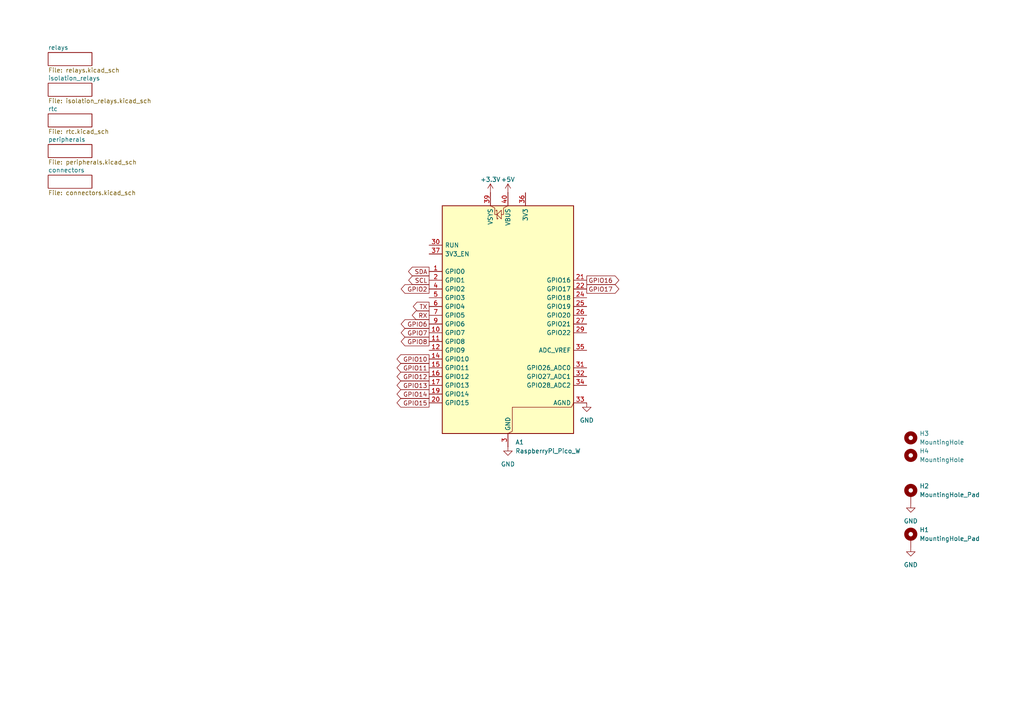
<source format=kicad_sch>
(kicad_sch (version 20250114) (generator "eeschema") (generator_version "9.0")
  (paper "A4")
  (title_block (title "Raspberry Pi Pico Logger - Relay") (date "2025-06-21") (rev "2.0") (company "Creator: Piotr Kłyś"))
  (lib_symbols
    (symbol "MCU_Module:RaspberryPi_Pico_W" (pin_names (offset 0.762))
      (property "Reference" "A" (at -19.05 35.56 0))
      (property "Value" "RaspberryPi_Pico_W" (at 7.62 35.56 0))
      (symbol "RaspberryPi_Pico_W_0_1"
        (rectangle (start -19.05 34.29) (end 19.05 -31.75) (stroke (width 0.254)) (fill (type background)))
        (polyline (pts (xy -5.08 34.29) (xy -3.81 33.655) (xy -3.81 31.75) (xy -3.175 31.75)))
        (polyline (pts (xy -3.429 32.766) (xy -3.429 33.02) (xy -3.175 33.02) (xy -3.175 30.48) (xy -2.921 30.48) (xy -2.921 30.734)))
        (polyline (pts (xy -3.175 31.75) (xy -1.905 33.02) (xy -1.905 30.48) (xy -3.175 31.75)))
        (polyline (pts (xy 0 34.29) (xy -1.27 33.655) (xy -1.27 31.75) (xy -1.905 31.75)))
        (polyline (pts (xy 0 -31.75) (xy 1.27 -31.115) (xy 1.27 -24.13) (xy 18.415 -24.13) (xy 19.05 -22.86)))
      )
      (symbol "RaspberryPi_Pico_W_1_1"
        (pin passive line (at -22.86 22.86 0) (length 3.81) (name "RUN") (number "30"))
        (pin passive line (at -22.86 20.32 0) (length 3.81) (name "3V3_EN") (number "37"))
        (pin bidirectional line (at -22.86 15.24 0) (length 3.81) (name "GPIO0") (number "1"))
        (pin bidirectional line (at -22.86 12.7 0) (length 3.81) (name "GPIO1") (number "2"))
        (pin bidirectional line (at -22.86 10.16 0) (length 3.81) (name "GPIO2") (number "4"))
        (pin bidirectional line (at -22.86 7.62 0) (length 3.81) (name "GPIO3") (number "5"))
        (pin bidirectional line (at -22.86 5.08 0) (length 3.81) (name "GPIO4") (number "6"))
        (pin bidirectional line (at -22.86 2.54 0) (length 3.81) (name "GPIO5") (number "7"))
        (pin bidirectional line (at -22.86 0 0) (length 3.81) (name "GPIO6") (number "9"))
        (pin bidirectional line (at -22.86 -2.54 0) (length 3.81) (name "GPIO7") (number "10"))
        (pin bidirectional line (at -22.86 -5.08 0) (length 3.81) (name "GPIO8") (number "11"))
        (pin bidirectional line (at -22.86 -7.62 0) (length 3.81) (name "GPIO9") (number "12"))
        (pin bidirectional line (at -22.86 -10.16 0) (length 3.81) (name "GPIO10") (number "14"))
        (pin bidirectional line (at -22.86 -12.7 0) (length 3.81) (name "GPIO11") (number "15"))
        (pin bidirectional line (at -22.86 -15.24 0) (length 3.81) (name "GPIO12") (number "16"))
        (pin bidirectional line (at -22.86 -17.78 0) (length 3.81) (name "GPIO13") (number "17"))
        (pin bidirectional line (at -22.86 -20.32 0) (length 3.81) (name "GPIO14") (number "19"))
        (pin bidirectional line (at -22.86 -22.86 0) (length 3.81) (name "GPIO15") (number "20"))
        (pin power_in line (at -5.08 38.1 270) (length 3.81) (name "VSYS") (number "39"))
        (pin power_out line (at 0 38.1 270) (length 3.81) (name "VBUS") (number "40"))
        (pin passive line (at 0 -35.56 90) (length 3.81) (hide yes) (name "GND") (number "13"))
        (pin passive line (at 0 -35.56 90) (length 3.81) (hide yes) (name "GND") (number "18"))
        (pin passive line (at 0 -35.56 90) (length 3.81) (hide yes) (name "GND") (number "23"))
        (pin passive line (at 0 -35.56 90) (length 3.81) (hide yes) (name "GND") (number "28"))
        (pin power_out line (at 0 -35.56 90) (length 3.81) (name "GND") (number "3"))
        (pin passive line (at 0 -35.56 90) (length 3.81) (hide yes) (name "GND") (number "38"))
        (pin passive line (at 0 -35.56 90) (length 3.81) (hide yes) (name "GND") (number "8"))
        (pin power_out line (at 5.08 38.1 270) (length 3.81) (name "3V3") (number "36"))
        (pin bidirectional line (at 22.86 12.7 180) (length 3.81) (name "GPIO16") (number "21"))
        (pin bidirectional line (at 22.86 10.16 180) (length 3.81) (name "GPIO17") (number "22"))
        (pin bidirectional line (at 22.86 7.62 180) (length 3.81) (name "GPIO18") (number "24"))
        (pin bidirectional line (at 22.86 5.08 180) (length 3.81) (name "GPIO19") (number "25"))
        (pin bidirectional line (at 22.86 2.54 180) (length 3.81) (name "GPIO20") (number "26"))
        (pin bidirectional line (at 22.86 0 180) (length 3.81) (name "GPIO21") (number "27"))
        (pin bidirectional line (at 22.86 -2.54 180) (length 3.81) (name "GPIO22") (number "29"))
        (pin power_in line (at 22.86 -7.62 180) (length 3.81) (name "ADC_VREF") (number "35"))
        (pin bidirectional line (at 22.86 -12.7 180) (length 3.81) (name "GPIO26_ADC0") (number "31"))
        (pin bidirectional line (at 22.86 -15.24 180) (length 3.81) (name "GPIO27_ADC1") (number "32"))
        (pin bidirectional line (at 22.86 -17.78 180) (length 3.81) (name "GPIO28_ADC2") (number "34"))
        (pin power_out line (at 22.86 -22.86 180) (length 3.81) (name "AGND") (number "33"))
      )
    )
    (symbol "Mechanical:MountingHole" (pin_names (offset 1.016)) (in_bom no)
      (property "Reference" "H" (at 0 5.08 0))
      (property "Value" "MountingHole" (at 0 3.175 0))
      (symbol "MountingHole_0_1"
        (circle (center 0 0) (radius 1.27) (stroke (width 1.27)))
      )
    )
    (symbol "Mechanical:MountingHole_Pad" (pin_numbers (hide yes)) (pin_names (offset 1.016) (hide yes)) (in_bom no)
      (property "Reference" "H" (at 0 6.35 0))
      (property "Value" "MountingHole_Pad" (at 0 4.445 0))
      (symbol "MountingHole_Pad_0_1"
        (circle (center 0 1.27) (radius 1.27) (stroke (width 1.27)))
      )
      (symbol "MountingHole_Pad_1_1"
        (pin input line (at 0 -2.54 90) (length 2.54) (name "1") (number "1"))
      )
    )
    (symbol "power:+3.3V" (power) (pin_numbers (hide yes)) (pin_names (offset 0) (hide yes))
      (property "Value" "+3.3V" (at 0 3.556 0))
      (symbol "+3.3V_0_1"
        (polyline (pts (xy -0.762 1.27) (xy 0 2.54)))
        (polyline (pts (xy 0 2.54) (xy 0.762 1.27)))
        (polyline (pts (xy 0 0) (xy 0 2.54)))
      )
      (symbol "+3.3V_1_1"
        (pin power_in line (at 0 0 90) (length 0) (name "~") (number "1"))
      )
    )
    (symbol "power:+5V" (power) (pin_numbers (hide yes)) (pin_names (offset 0) (hide yes))
      (property "Value" "+5V" (at 0 3.556 0))
      (symbol "+5V_0_1"
        (polyline (pts (xy -0.762 1.27) (xy 0 2.54)))
        (polyline (pts (xy 0 2.54) (xy 0.762 1.27)))
        (polyline (pts (xy 0 0) (xy 0 2.54)))
      )
      (symbol "+5V_1_1"
        (pin power_in line (at 0 0 90) (length 0) (name "~") (number "1"))
      )
    )
    (symbol "power:GND" (power) (pin_numbers (hide yes)) (pin_names (offset 0) (hide yes))
      (property "Value" "GND" (at 0 -3.81 0))
      (symbol "GND_0_1"
        (polyline (pts (xy 0 0) (xy 0 -1.27) (xy 1.27 -1.27) (xy 0 -2.54) (xy -1.27 -1.27) (xy 0 -1.27)))
      )
      (symbol "GND_1_1"
        (pin power_in line (at 0 0 270) (length 0) (name "~") (number "1"))
      )
    )
  )
  (global_label "GPIO16" (shape output) (at 170.18 81.28 0) (property "Intersheetrefs" "${INTERSHEET_REFS}" (effects (hide yes))))
  (global_label "GPIO2" (shape output) (at 124.46 83.82 180) (property "Intersheetrefs" "${INTERSHEET_REFS}" (effects (hide yes))))
  (global_label "TX" (shape output) (at 124.46 88.9 180) (property "Intersheetrefs" "${INTERSHEET_REFS}" (effects (hide yes))))
  (global_label "GPIO13" (shape output) (at 124.46 111.76 180) (property "Intersheetrefs" "${INTERSHEET_REFS}" (effects (hide yes))))
  (global_label "GPIO15" (shape output) (at 124.46 116.84 180) (property "Intersheetrefs" "${INTERSHEET_REFS}" (effects (hide yes))))
  (global_label "GPIO11" (shape output) (at 124.46 106.68 180) (property "Intersheetrefs" "${INTERSHEET_REFS}" (effects (hide yes))))
  (global_label "GPIO12" (shape output) (at 124.46 109.22 180) (property "Intersheetrefs" "${INTERSHEET_REFS}" (effects (hide yes))))
  (global_label "GPIO14" (shape output) (at 124.46 114.3 180) (property "Intersheetrefs" "${INTERSHEET_REFS}" (effects (hide yes))))
  (global_label "SCL" (shape output) (at 124.46 81.28 180) (property "Intersheetrefs" "${INTERSHEET_REFS}" (effects (hide yes))))
  (global_label "GPIO7" (shape output) (at 124.46 96.52 180) (property "Intersheetrefs" "${INTERSHEET_REFS}" (effects (hide yes))))
  (global_label "GPIO17" (shape output) (at 170.18 83.82 0) (property "Intersheetrefs" "${INTERSHEET_REFS}" (effects (hide yes))))
  (global_label "GPIO8" (shape output) (at 124.46 99.06 180) (property "Intersheetrefs" "${INTERSHEET_REFS}" (effects (hide yes))))
  (global_label "RX" (shape output) (at 124.46 91.44 180) (property "Intersheetrefs" "${INTERSHEET_REFS}" (effects (hide yes))))
  (global_label "GPIO6" (shape output) (at 124.46 93.98 180) (property "Intersheetrefs" "${INTERSHEET_REFS}" (effects (hide yes))))
  (global_label "SDA" (shape output) (at 124.46 78.74 180) (property "Intersheetrefs" "${INTERSHEET_REFS}" (effects (hide yes))))
  (global_label "GPIO10" (shape output) (at 124.46 104.14 180) (property "Intersheetrefs" "${INTERSHEET_REFS}" (effects (hide yes))))
  (symbol (lib_id "MCU_Module:RaspberryPi_Pico_W") (at 147.32 93.98 0) (unit 1)
    (property "Reference" "A1" (at 149.4633 128.27 0) (effects (justify left)))
    (property "Value" "RaspberryPi_Pico_W" (at 149.4633 130.81 0) (effects (justify left)))
    (property "Footprint" "Module:RaspberryPi_Pico_Common_THT" (effects (hide yes)))
    (property "Datasheet" "https://datasheets.raspberrypi.com/picow/pico-w-datasheet.pdf" (effects (hide yes)))
    (property "Description" "Versatile and inexpensive wireless microcontroller module powered by RP2040 dual-core Arm Cortex-M0+ processor up to 133 MHz, 264kB SRAM, 2MB QSPI flash, Infineon CYW43439 2.4GHz 802.11n wireless LAN; also supports Raspberry Pi Pico 2 W" (effects (hide yes)))
  )
  (symbol (lib_id "Mechanical:MountingHole") (at 264.16 127 0) (unit 1) (in_bom no)
    (property "Reference" "H3" (at 266.7 125.7299 0) (effects (justify left)))
    (property "Value" "MountingHole" (at 266.7 128.2699 0) (effects (justify left)))
    (property "Footprint" "MountingHole:MountingHole_3.2mm_M3" (effects (hide yes)))
    (property "Description" "Mounting Hole without connection" (effects (hide yes)))
  )
  (symbol (lib_id "power:GND") (at 170.18 116.84 0) (unit 1)
    (property "Reference" "#PWR02" (effects (hide yes)))
    (property "Value" "GND" (at 170.18 121.92 0))
    (property "Description" "Power symbol creates a global label with name \"GND\" , ground" (effects (hide yes)))
  )
  (symbol (lib_id "Mechanical:MountingHole_Pad") (at 264.16 143.51 0) (unit 1) (in_bom no)
    (property "Reference" "H2" (at 266.7 140.9699 0) (effects (justify left)))
    (property "Value" "MountingHole_Pad" (at 266.7 143.5099 0) (effects (justify left)))
    (property "Footprint" "MountingHole:MountingHole_3.2mm_M3_DIN965_Pad" (effects (hide yes)))
    (property "Description" "Mounting Hole with connection" (effects (hide yes)))
  )
  (symbol (lib_id "power:+3.3V") (at 142.24 55.88 0) (unit 1)
    (property "Reference" "#PWR015" (effects (hide yes)))
    (property "Value" "+3.3V" (at 142.24 52.07 0))
    (property "Description" "Power symbol creates a global label with name \"+3.3V\"" (effects (hide yes)))
  )
  (symbol (lib_id "power:GND") (at 264.16 146.05 0) (unit 1)
    (property "Reference" "#PWR09" (effects (hide yes)))
    (property "Value" "GND" (at 264.16 151.13 0))
    (property "Description" "Power symbol creates a global label with name \"GND\" , ground" (effects (hide yes)))
  )
  (symbol (lib_id "Mechanical:MountingHole_Pad") (at 264.16 156.21 0) (unit 1) (in_bom no)
    (property "Reference" "H1" (at 266.7 153.6699 0) (effects (justify left)))
    (property "Value" "MountingHole_Pad" (at 266.7 156.2099 0) (effects (justify left)))
    (property "Footprint" "MountingHole:MountingHole_3.2mm_M3_DIN965_Pad" (effects (hide yes)))
    (property "Description" "Mounting Hole with connection" (effects (hide yes)))
  )
  (symbol (lib_id "Mechanical:MountingHole") (at 264.16 132.08 0) (unit 1) (in_bom no)
    (property "Reference" "H4" (at 266.7 130.8099 0) (effects (justify left)))
    (property "Value" "MountingHole" (at 266.7 133.3499 0) (effects (justify left)))
    (property "Footprint" "MountingHole:MountingHole_3.2mm_M3" (effects (hide yes)))
    (property "Description" "Mounting Hole without connection" (effects (hide yes)))
  )
  (symbol (lib_id "power:GND") (at 264.16 158.75 0) (unit 1)
    (property "Reference" "#PWR06" (effects (hide yes)))
    (property "Value" "GND" (at 264.16 163.83 0))
    (property "Description" "Power symbol creates a global label with name \"GND\" , ground" (effects (hide yes)))
  )
  (symbol (lib_id "power:GND") (at 147.32 129.54 0) (unit 1)
    (property "Reference" "#PWR01" (effects (hide yes)))
    (property "Value" "GND" (at 147.32 134.62 0))
    (property "Description" "Power symbol creates a global label with name \"GND\" , ground" (effects (hide yes)))
  )
  (symbol (lib_id "power:+5V") (at 147.32 55.88 0) (unit 1)
    (property "Reference" "#PWR016" (effects (hide yes)))
    (property "Value" "+5V" (at 147.32 52.07 0))
    (property "Description" "Power symbol creates a global label with name \"+5V\"" (effects (hide yes)))
  )
  (sheet (at 13.97 15.24) (size 12.7 3.81) (stroke (width 0.1524))
    (property "Sheetname" "relays" (at 13.97 14.5284 0) (effects (justify left bottom)))
    (property "Sheetfile" "relays.kicad_sch" (at 13.97 19.6346 0) (effects (justify left top)))
  )
  (sheet (at 13.97 41.91) (size 12.7 3.81) (stroke (width 0.1524))
    (property "Sheetname" "peripherals" (at 13.97 41.1984 0) (effects (justify left bottom)))
    (property "Sheetfile" "peripherals.kicad_sch" (at 13.97 46.3046 0) (effects (justify left top)))
  )
  (sheet (at 13.97 24.13) (size 12.7 3.81) (stroke (width 0.1524))
    (property "Sheetname" "isolation_relays" (at 13.97 23.4184 0) (effects (justify left bottom)))
    (property "Sheetfile" "isolation_relays.kicad_sch" (at 13.97 28.5246 0) (effects (justify left top)))
  )
  (sheet (at 13.97 33.02) (size 12.7 3.81) (stroke (width 0.1524))
    (property "Sheetname" "rtc" (at 13.97 32.3084 0) (effects (justify left bottom)))
    (property "Sheetfile" "rtc.kicad_sch" (at 13.97 37.4146 0) (effects (justify left top)))
  )
  (sheet (at 13.97 50.8) (size 12.7 3.81) (stroke (width 0.1524))
    (property "Sheetname" "connectors" (at 13.97 50.0884 0) (effects (justify left bottom)))
    (property "Sheetfile" "connectors.kicad_sch" (at 13.97 55.1946 0) (effects (justify left top)))
  )
)
</source>
